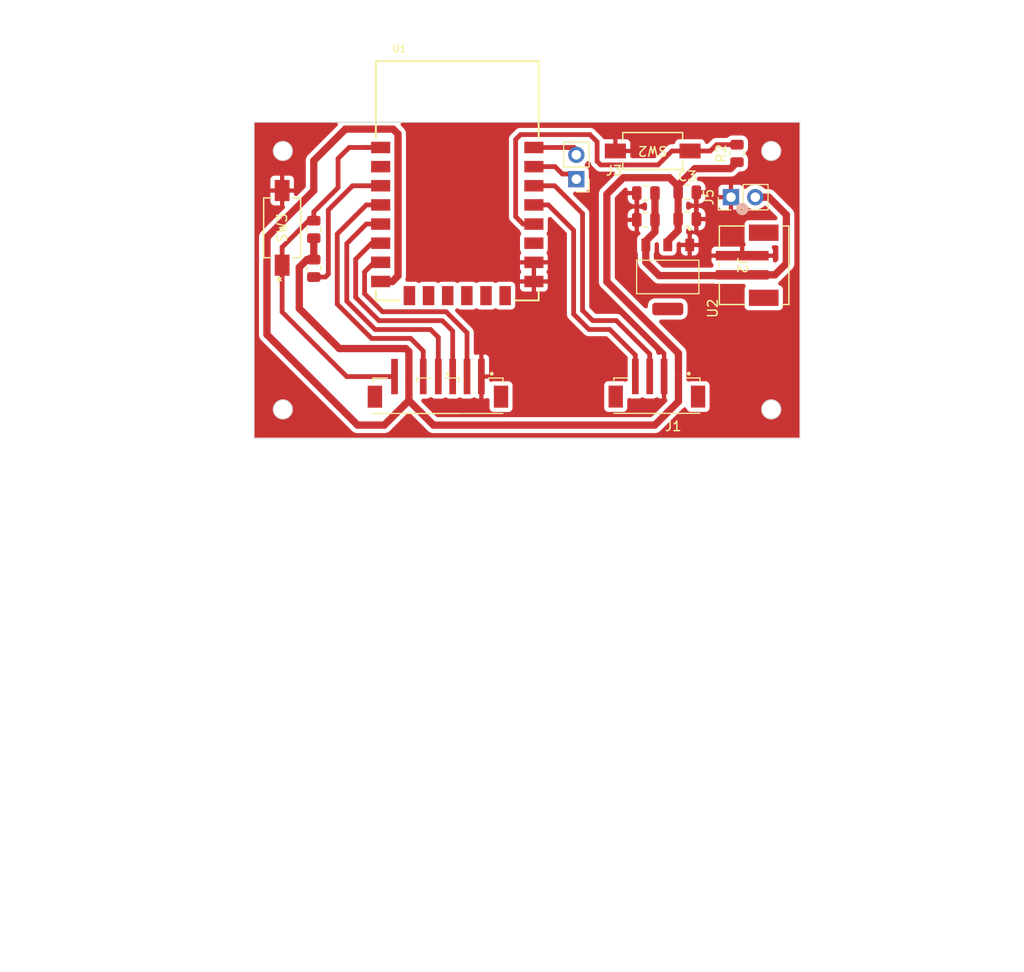
<source format=kicad_pcb>
(kicad_pcb (version 20221018) (generator pcbnew)
  (layers (0 "F.Cu" signal) (31 "B.Cu" signal) (44 "Edge.Cuts" user))
  (net 0 "")
  (net 1 "GND")
  (net 2 "VCC")
  (net 3 "/SCK_mcp")
  (net 4 "/SDA_mcp")
  (net 5 "Net-(J1-SHIELD-PadS1)")
  (net 6 "Net-(J3-Pin_1)")
  (net 7 "Net-(J3-Pin_2)")
  (net 8 "/boot")
  (net 9 "Net-(U1-EN)")
  (net 17 "/VIN")
  (net 18 "/RST")
  (net 19 "/CS")
  (net 20 "/SCK_screen")
  (net 21 "/SDA_screen")
  (net 24 "/AO")
  (footprint "Capacitor_SMD:C_0805_2012Metric" (layer "F.Cu") (at 80.9098 32.4015)
    (fp_text reference "C2" hide)
    (fp_text value "C")
    (fp_line (start -0.261252 -0.735) (end 0.261252 -0.735) (stroke (width 0.12)) (layer "F.SilkS"))
    (fp_line (start -0.261252 0.735) (end 0.261252 0.735) (stroke (width 0.12)) (layer "F.SilkS"))
    (pad "1" smd roundrect (at -0.95 0) (size 1 1.45) (layers "F.Cu" "F.Paste" "F.Mask") (net 1 "GND"))
    (pad "2" smd roundrect (at 0.95 0) (size 1 1.45) (layers "F.Cu" "F.Paste" "F.Mask") (net 17 "/VIN"))
  )
  (footprint "esp_lib:JST_B4B-ZR-SM4-TFT_LF__SN_" (layer "F.Cu") (at 82.06 53.562 180)
    (fp_text reference "J1" (at -1.706 -3.2) (layer "F.SilkS"))
    (fp_text value "B4B-ZR-SM4-TFT_LF__SN_" hide)
    (fp_line (start -4.5 -1.85) (end 4.5 -1.85) (stroke (width 0.127)) (layer "F.SilkS"))
    (fp_line (start -4.5 1.4) (end -4.5 1.85) (stroke (width 0.127)) (layer "F.SilkS"))
    (fp_line (start -4.5 1.85) (end -3 1.85) (stroke (width 0.127)) (layer "F.SilkS"))
    (fp_line (start 4.5 1.4) (end 4.5 1.85) (stroke (width 0.127)) (layer "F.SilkS"))
    (fp_line (start 4.5 1.85) (end 3 1.85) (stroke (width 0.127)) (layer "F.SilkS"))
    (fp_circle (center -3.331 2.3) (end -3.231 2.3) (stroke (width 0.2)) (fill none) (layer "F.SilkS"))
    (pad "1" smd rect (at -2.25 2) (size 0.7 3.7) (layers "F.Cu" "F.Paste" "F.Mask") (net 2 "VCC"))
    (pad "2" smd rect (at -0.75 2) (size 0.7 3.7) (layers "F.Cu" "F.Paste" "F.Mask") (net 1 "GND"))
    (pad "3" smd rect (at 0.75 2) (size 0.7 3.7) (layers "F.Cu" "F.Paste" "F.Mask") (net 3 "/SCK_mcp"))
    (pad "4" smd rect (at 2.25 2) (size 0.7 3.7) (layers "F.Cu" "F.Paste" "F.Mask") (net 4 "/SDA_mcp"))
    (pad "S1" smd rect (at 4.3 -0.1) (size 1.5 2.3) (layers "F.Cu" "F.Paste" "F.Mask") (net 5 "Net-(J1-SHIELD-PadS1)"))
    (pad "S2" smd rect (at -4.3 -0.1) (size 1.5 2.3) (layers "F.Cu" "F.Paste" "F.Mask") (net 5 "Net-(J1-SHIELD-PadS1)"))
  )
  (footprint "esp_lib:B7B-ZR-SM4-TBLFSN_JST" (layer "F.Cu") (at 59.2332 51.8242 180)
    (fp_text reference "J6" hide)
    (fp_text value "B7B-ZR-SM4-TFT_LF__SN_")
    (fp_line (start -6.75 -3.596) (end 2.25 -3.596) (stroke (width 0.127)) (layer "F.SilkS"))
    (fp_line (start -6.75 -0.346) (end -6.75 0.104) (stroke (width 0.127)) (layer "F.SilkS"))
    (fp_line (start -6.75 0.104) (end -5.25 0.104) (stroke (width 0.127)) (layer "F.SilkS"))
    (fp_line (start -2.178 -3.596) (end 6.822 -3.596) (stroke (width 0.127)) (layer "F.SilkS"))
    (fp_line (start -2.178 -0.346) (end -2.178 0.104) (stroke (width 0.127)) (layer "F.SilkS"))
    (fp_line (start -2.178 0.104) (end -0.678 0.104) (stroke (width 0.127)) (layer "F.SilkS"))
    (fp_line (start 2.25 -0.346) (end 2.25 0.104) (stroke (width 0.127)) (layer "F.SilkS"))
    (fp_line (start 2.25 0.104) (end 0.75 0.104) (stroke (width 0.127)) (layer "F.SilkS"))
    (fp_line (start 6.822 -0.346) (end 6.822 0.104) (stroke (width 0.127)) (layer "F.SilkS"))
    (fp_line (start 6.822 0.104) (end 5.322 0.104) (stroke (width 0.127)) (layer "F.SilkS"))
    (fp_circle (center -5.581 0.554) (end -5.481 0.554) (stroke (width 0.2)) (fill none) (layer "F.SilkS"))
    (fp_circle (center -1.009 0.554) (end -0.909 0.554) (stroke (width 0.2)) (fill none) (layer "F.SilkS"))
    (pad "1" smd rect (at -4.5 0.254) (size 0.7 3.7) (layers "F.Cu" "F.Paste" "F.Mask") (net 1 "GND"))
    (pad "2" smd rect (at -3 0.254) (size 0.7 3.7) (layers "F.Cu" "F.Paste" "F.Mask") (net 20 "/SCK_screen"))
    (pad "3" smd rect (at -1.5 0.254) (size 0.7 3.7) (layers "F.Cu" "F.Paste" "F.Mask") (net 19 "/CS"))
    (pad "4" smd rect (at 0 0.254) (size 0.7 3.7) (layers "F.Cu" "F.Paste" "F.Mask") (net 21 "/SDA_screen"))
    (pad "5" smd rect (at 1.572 0.254) (size 0.7 3.7) (layers "F.Cu" "F.Paste" "F.Mask") (net 24 "/AO"))
    (pad "6" smd rect (at 3.072 0.254) (size 0.7 3.7) (layers "F.Cu" "F.Paste" "F.Mask") (net 2 "VCC"))
    (pad "7" smd rect (at 4.572 0.254) (size 0.7 3.7) (layers "F.Cu" "F.Paste" "F.Mask") (net 18 "/RST"))
    (pad "S1" smd rect (at 6.622 -1.846) (size 1.5 2.3) (layers "F.Cu" "F.Paste" "F.Mask"))
    (pad "S2" smd rect (at -6.55 -1.846) (size 1.5 2.3) (layers "F.Cu" "F.Paste" "F.Mask"))
  )
  (footprint "esp_lib:ESP-12F" (layer "F.Cu") (at 61.214 31.115)
    (fp_text reference "U1" (at -6.03654 -13.788698) (layer "F.SilkS") (effects (font (size 0.700469 0.700469))))
    (fp_text value "ESP-12F")
    (fp_line (start -8.5 -12.5) (end -8.5 -4.5) (stroke (width 0.2)) (layer "F.SilkS"))
    (fp_line (start -8.5 -12.5) (end 8.5 -12.5) (stroke (width 0.2)) (layer "F.SilkS"))
    (fp_line (start -8.5 11.5) (end -8.5 12.5) (stroke (width 0.2)) (layer "F.SilkS"))
    (fp_line (start -8.5 12.5) (end -6 12.5) (stroke (width 0.2)) (layer "F.SilkS"))
    (fp_line (start 8.5 -12.5) (end 8.5 -4.5) (stroke (width 0.2)) (layer "F.SilkS"))
    (fp_line (start 8.5 12.5) (end 6 12.5) (stroke (width 0.2)) (layer "F.SilkS"))
    (fp_line (start 8.5 12.5) (end 8.5 11.5) (stroke (width 0.2)) (layer "F.SilkS"))
    (pad "1" smd rect (at -8 -3.48) (size 2 1.2) (layers "F.Cu" "F.Paste" "F.Mask") (net 18 "/RST"))
    (pad "2" smd rect (at -8 -1.48) (size 2 1.2) (layers "F.Cu" "F.Paste" "F.Mask"))
    (pad "3" smd rect (at -8 0.52) (size 2 1.2) (layers "F.Cu" "F.Paste" "F.Mask") (net 9 "Net-(U1-EN)"))
    (pad "4" smd rect (at -8 2.52) (size 2 1.2) (layers "F.Cu" "F.Paste" "F.Mask") (net 24 "/AO"))
    (pad "5" smd rect (at -8 4.52) (size 2 1.2) (layers "F.Cu" "F.Paste" "F.Mask") (net 21 "/SDA_screen"))
    (pad "6" smd rect (at -8 6.52) (size 2 1.2) (layers "F.Cu" "F.Paste" "F.Mask") (net 19 "/CS"))
    (pad "7" smd rect (at -8 8.52) (size 2 1.2) (layers "F.Cu" "F.Paste" "F.Mask") (net 20 "/SCK_screen"))
    (pad "8" smd rect (at -8 10.52) (size 2 1.2) (layers "F.Cu" "F.Paste" "F.Mask") (net 2 "VCC"))
    (pad "9" smd rect (at -5 12 90) (size 2 1.2) (layers "F.Cu" "F.Paste" "F.Mask"))
    (pad "10" smd rect (at -3 12 90) (size 2 1.2) (layers "F.Cu" "F.Paste" "F.Mask"))
    (pad "11" smd rect (at -1 12 90) (size 2 1.2) (layers "F.Cu" "F.Paste" "F.Mask"))
    (pad "12" smd rect (at 1 12 90) (size 2 1.2) (layers "F.Cu" "F.Paste" "F.Mask"))
    (pad "13" smd rect (at 3 12 90) (size 2 1.2) (layers "F.Cu" "F.Paste" "F.Mask"))
    (pad "14" smd rect (at 5 12 90) (size 2 1.2) (layers "F.Cu" "F.Paste" "F.Mask"))
    (pad "15" smd rect (at 8 10.52) (size 2 1.2) (layers "F.Cu" "F.Paste" "F.Mask") (net 1 "GND"))
    (pad "16" smd rect (at 8 8.52) (size 2 1.2) (layers "F.Cu" "F.Paste" "F.Mask") (net 1 "GND"))
    (pad "17" smd rect (at 8 6.52) (size 2 1.2) (layers "F.Cu" "F.Paste" "F.Mask"))
    (pad "18" smd rect (at 8 4.52) (size 2 1.2) (layers "F.Cu" "F.Paste" "F.Mask") (net 8 "/boot"))
    (pad "19" smd rect (at 8 2.52) (size 2 1.2) (layers "F.Cu" "F.Paste" "F.Mask") (net 4 "/SDA_mcp"))
    (pad "20" smd rect (at 8 0.52) (size 2 1.2) (layers "F.Cu" "F.Paste" "F.Mask") (net 3 "/SCK_mcp"))
    (pad "21" smd rect (at 8 -1.48) (size 2 1.2) (layers "F.Cu" "F.Paste" "F.Mask") (net 6 "Net-(J3-Pin_1)"))
    (pad "22" smd rect (at 8 -3.48) (size 2 1.2) (layers "F.Cu" "F.Paste" "F.Mask") (net 7 "Net-(J3-Pin_2)"))
  )
  (footprint "esp_lib:RS-282G05A3-SM RT_CNK" (layer "F.Cu") (at 42.926 36.031698 90)
    (fp_text reference "SW3" (at 0 0 90 unlocked) (layer "F.SilkS"))
    (fp_text value "RS-282G05A3-SM RT")
    (fp_text user "*" (at -5.3866 0 90 unlocked) (layer "F.SilkS"))
    (fp_text user "*" (at -5.3866 0 90) (layer "F.SilkS"))
    (fp_line (start -3.1242 -1.9304) (end -3.1242 -1.10744) (stroke (width 0.1524)) (layer "F.SilkS"))
    (fp_line (start -3.1242 1.10744) (end -3.1242 1.9304) (stroke (width 0.1524)) (layer "F.SilkS"))
    (fp_line (start -3.1242 1.9304) (end 3.1242 1.9304) (stroke (width 0.1524)) (layer "F.SilkS"))
    (fp_line (start 3.1242 -1.9304) (end -3.1242 -1.9304) (stroke (width 0.1524)) (layer "F.SilkS"))
    (fp_line (start 3.1242 -1.10744) (end 3.1242 -1.9304) (stroke (width 0.1524)) (layer "F.SilkS"))
    (fp_line (start 3.1242 1.9304) (end 3.1242 1.10744) (stroke (width 0.1524)) (layer "F.SilkS"))
    (pad "1" smd rect (at -3.900698 0 90) (size 2.2098 1.5494) (layers "F.Cu" "F.Paste" "F.Mask") (net 18 "/RST"))
    (pad "2" smd rect (at 3.900698 0 90) (size 2.2098 1.5494) (layers "F.Cu" "F.Paste" "F.Mask") (net 1 "GND"))
  )
  (footprint "Resistor_SMD:R_0805_2012Metric" (layer "F.Cu") (at 90.424 28.256 90)
    (fp_text reference "R2" (at 0 -1.65 90) (layer "F.SilkS"))
    (fp_text value "R")
    (fp_line (start -0.227064 -0.735) (end 0.227064 -0.735) (stroke (width 0.12)) (layer "F.SilkS"))
    (fp_line (start -0.227064 0.735) (end 0.227064 0.735) (stroke (width 0.12)) (layer "F.SilkS"))
    (pad "1" smd roundrect (at -0.9125 0 90) (size 1.025 1.4) (layers "F.Cu" "F.Paste" "F.Mask") (roundrect_rratio 0.243902439) (net 2 "VCC"))
    (pad "2" smd roundrect (at 0.9125 0 90) (size 1.025 1.4) (layers "F.Cu" "F.Paste" "F.Mask") (roundrect_rratio 0.243902439) (net 8 "/boot"))
  )
  (footprint "Connector_PinHeader_2.54mm:PinHeader_1x02_P2.54mm_Vertical" (layer "F.Cu") (at 89.7948 32.828 90)
    (fp_text reference "J5" (at 0 -2.33 90) (layer "F.SilkS"))
    (fp_text value "Conn_01x02_Pin")
    (fp_line (start -1.33 -1.33) (end 0 -1.33) (stroke (width 0.12)) (layer "F.SilkS"))
    (fp_line (start -1.33 0) (end -1.33 -1.33) (stroke (width 0.12)) (layer "F.SilkS"))
    (fp_line (start -1.33 1.27) (end -1.33 3.87) (stroke (width 0.12)) (layer "F.SilkS"))
    (fp_line (start -1.33 1.27) (end 1.33 1.27) (stroke (width 0.12)) (layer "F.SilkS"))
    (fp_line (start -1.33 3.87) (end 1.33 3.87) (stroke (width 0.12)) (layer "F.SilkS"))
    (fp_line (start 1.33 1.27) (end 1.33 3.87) (stroke (width 0.12)) (layer "F.SilkS"))
    (pad "1" thru_hole rect (at 0 0 90) (size 1.7 1.7) (drill 1) (layers "*.Cu" "*.Mask") (net 1 "GND"))
    (pad "2" thru_hole oval (at 0 2.54 90) (size 1.7 1.7) (drill 1) (layers "*.Cu" "*.Mask") (net 17 "/VIN"))
  )
  (footprint "Resistor_SMD:R_0805_2012Metric" (layer "F.Cu") (at 46.228 36.195 -90)
    (fp_text reference "R1" hide)
    (fp_text value "R" hide)
    (fp_line (start -0.227064 -0.735) (end 0.227064 -0.735) (stroke (width 0.12)) (layer "F.SilkS"))
    (fp_line (start -0.227064 0.735) (end 0.227064 0.735) (stroke (width 0.12)) (layer "F.SilkS"))
    (pad "1" smd roundrect (at -0.9125 0 270) (size 1.025 1.4) (layers "F.Cu" "F.Paste" "F.Mask") (roundrect_rratio 0.243902439) (net 18 "/RST"))
    (pad "2" smd roundrect (at 0.9125 0 270) (size 1.025 1.4) (layers "F.Cu" "F.Paste" "F.Mask") (roundrect_rratio 0.243902439) (net 2 "VCC"))
  )
  (footprint "Capacitor_SMD:C_0805_2012Metric" (layer "F.Cu") (at 85.2278 32.32)
    (fp_text reference "C3" (at 0 -1.68) (layer "F.SilkS"))
    (fp_text value "C")
    (fp_line (start -0.261252 -0.735) (end 0.261252 -0.735) (stroke (width 0.12)) (layer "F.SilkS"))
    (fp_line (start -0.261252 0.735) (end 0.261252 0.735) (stroke (width 0.12)) (layer "F.SilkS"))
    (pad "1" smd roundrect (at -0.95 0) (size 1 1.45) (layers "F.Cu" "F.Paste" "F.Mask") (net 2 "VCC"))
    (pad "2" smd roundrect (at 0.95 0) (size 1 1.45) (layers "F.Cu" "F.Paste" "F.Mask") (net 1 "GND"))
  )
  (footprint "esp_lib:SOT229P700X180-4N" (layer "F.Cu") (at 83.1958 41.1645 -90)
    (fp_text reference "U2" (at 3.2755 -4.695 90) (layer "F.SilkS"))
    (fp_text value "AMS1117-3.3" hide)
    (fp_line (start -1.7525 -3.2525) (end 1.7525 -3.2525) (stroke (width 0.127)) (layer "F.SilkS"))
    (fp_line (start -1.7525 3.2525) (end -1.7525 -3.2525) (stroke (width 0.127)) (layer "F.SilkS"))
    (fp_line (start 1.7525 -3.2525) (end 1.7525 3.2525) (stroke (width 0.127)) (layer "F.SilkS"))
    (fp_line (start 1.7525 3.2525) (end -1.7525 3.2525) (stroke (width 0.127)) (layer "F.SilkS"))
    (fp_circle (center -5 -2.29) (end -4.9 -2.29) (stroke (width 0.2)) (fill none) (layer "F.SilkS"))
    (pad "1" smd roundrect (at -3.345 -2.29 270) (size 1.31 0.93) (layers "F.Cu" "F.Paste" "F.Mask") (roundrect_rratio 0.07) (net 1 "GND"))
    (pad "2" smd roundrect (at -3.345 0 270) (size 1.31 0.93) (layers "F.Cu" "F.Paste" "F.Mask") (roundrect_rratio 0.07) (net 2 "VCC"))
    (pad "3" smd roundrect (at -3.345 2.29 270) (size 1.31 0.93) (layers "F.Cu" "F.Paste" "F.Mask") (roundrect_rratio 0.07) (net 17 "/VIN"))
    (pad "4" smd roundrect (at 3.345 0 270) (size 1.31 3.24) (layers "F.Cu" "F.Paste" "F.Mask") (roundrect_rratio 0.24))
  )
  (footprint "Capacitor_SMD:C_0805_2012Metric" (layer "F.Cu") (at 85.2278 35.114)
    (fp_text reference "C4" hide)
    (fp_text value "C")
    (fp_line (start -0.261252 -0.735) (end 0.261252 -0.735) (stroke (width 0.12)) (layer "F.SilkS"))
    (fp_line (start -0.261252 0.735) (end 0.261252 0.735) (stroke (width 0.12)) (layer "F.SilkS"))
    (pad "1" smd roundrect (at -0.95 0) (size 1 1.45) (layers "F.Cu" "F.Paste" "F.Mask") (net 2 "VCC"))
    (pad "2" smd roundrect (at 0.95 0) (size 1 1.45) (layers "F.Cu" "F.Paste" "F.Mask") (net 1 "GND"))
  )
  (footprint "esp_lib:B2B-PH-SM4-TBLFSN_JST" (layer "F.Cu") (at 92.2128 39.94 -90)
    (fp_text reference "J2" (at 0 1.244801 -90 unlocked) (layer "F.SilkS"))
    (fp_text value "B2B-PH-SM4-TBLFSN")
    (fp_circle (center -5.8801 1.244801) (end -5.4991 1.244801) (stroke (width 0.508)) (fill none) (layer "B.SilkS"))
    (fp_line (start -4.1021 -3.6322) (end -4.1021 -2.88734) (stroke (width 0.1524)) (layer "F.SilkS"))
    (fp_line (start -4.1021 0.87694) (end -4.1021 3.6322) (stroke (width 0.1524)) (layer "F.SilkS"))
    (fp_line (start -4.1021 3.6322) (end -1.828041 3.6322) (stroke (width 0.1524)) (layer "F.SilkS"))
    (fp_line (start -0.171961 3.6322) (end 0.171961 3.6322) (stroke (width 0.1524)) (layer "F.SilkS"))
    (fp_line (start 1.828041 3.6322) (end 4.1021 3.6322) (stroke (width 0.1524)) (layer "F.SilkS"))
    (fp_line (start 4.1021 -3.6322) (end -4.1021 -3.6322) (stroke (width 0.1524)) (layer "F.SilkS"))
    (fp_line (start 4.1021 -2.88734) (end 4.1021 -3.6322) (stroke (width 0.1524)) (layer "F.SilkS"))
    (fp_line (start 4.1021 3.6322) (end 4.1021 0.87694) (stroke (width 0.1524)) (layer "F.SilkS"))
    (fp_circle (center -5.8801 1.244801) (end -5.4991 1.244801) (stroke (width 0.508)) (fill none) (layer "F.SilkS"))
    (pad "1" smd rect (at -1.000001 1.244801 270) (size 0.9906 5.5118) (layers "F.Cu" "F.Paste" "F.Mask") (net 1 "GND"))
    (pad "2" smd rect (at 1.000001 1.244801 270) (size 0.9906 5.5118) (layers "F.Cu" "F.Paste" "F.Mask") (net 17 "/VIN"))
    (pad "3" smd rect (at -3.399998 -1.0052) (size 3.0988 1.7018) (layers "F.Cu" "F.Paste" "F.Mask"))
    (pad "4" smd rect (at 3.399998 -1.0052) (size 3.0988 1.7018) (layers "F.Cu" "F.Paste" "F.Mask"))
  )
  (footprint "Capacitor_SMD:C_0805_2012Metric" (layer "F.Cu") (at 80.9098 35.1955)
    (fp_text reference "C1" hide)
    (fp_text value "C")
    (fp_line (start -0.261252 -0.735) (end 0.261252 -0.735) (stroke (width 0.12)) (layer "F.SilkS"))
    (fp_line (start -0.261252 0.735) (end 0.261252 0.735) (stroke (width 0.12)) (layer "F.SilkS"))
    (pad "1" smd roundrect (at -0.95 0) (size 1 1.45) (layers "F.Cu" "F.Paste" "F.Mask") (net 1 "GND"))
    (pad "2" smd roundrect (at 0.95 0) (size 1 1.45) (layers "F.Cu" "F.Paste" "F.Mask") (net 17 "/VIN"))
  )
  (footprint "Resistor_SMD:R_0805_2012Metric" (layer "F.Cu") (at 46.228 40.259 90)
    (fp_text reference "R4" hide)
    (fp_text value "R" hide)
    (fp_line (start -0.227064 -0.735) (end 0.227064 -0.735) (stroke (width 0.12)) (layer "F.SilkS"))
    (fp_line (start -0.227064 0.735) (end 0.227064 0.735) (stroke (width 0.12)) (layer "F.SilkS"))
    (pad "1" smd roundrect (at -0.9125 0 90) (size 1.025 1.4) (layers "F.Cu" "F.Paste" "F.Mask") (roundrect_rratio 0.243902439) (net 9 "Net-(U1-EN)"))
    (pad "2" smd roundrect (at 0.9125 0 90) (size 1.025 1.4) (layers "F.Cu" "F.Paste" "F.Mask") (roundrect_rratio 0.243902439) (net 2 "VCC"))
  )
  (footprint "esp_lib:RS-282G05A3-SM RT_CNK" (layer "F.Cu") (at 81.624698 28.002 180)
    (fp_text reference "SW2" (at 0 0 180 unlocked) (layer "F.SilkS"))
    (fp_text value "RS-282G05A3-SM RT")
    (fp_line (start -3.1242 -1.9304) (end -3.1242 -1.10744) (stroke (width 0.1524)) (layer "F.SilkS"))
    (fp_line (start -3.1242 1.10744) (end -3.1242 1.9304) (stroke (width 0.1524)) (layer "F.SilkS"))
    (fp_line (start -3.1242 1.9304) (end 3.1242 1.9304) (stroke (width 0.1524)) (layer "F.SilkS"))
    (fp_line (start 3.1242 -1.9304) (end -3.1242 -1.9304) (stroke (width 0.1524)) (layer "F.SilkS"))
    (fp_line (start 3.1242 -1.10744) (end 3.1242 -1.9304) (stroke (width 0.1524)) (layer "F.SilkS"))
    (fp_line (start 3.1242 1.9304) (end 3.1242 1.10744) (stroke (width 0.1524)) (layer "F.SilkS"))
    (pad "1" smd rect (at -3.900698 0 180) (size 2.2098 1.5494) (layers "F.Cu" "F.Paste" "F.Mask") (net 8 "/boot"))
    (pad "2" smd rect (at 3.900698 0 180) (size 2.2098 1.5494) (layers "F.Cu" "F.Paste" "F.Mask") (net 1 "GND"))
  )
  (footprint "Connector_PinHeader_2.54mm:PinHeader_1x02_P2.54mm_Vertical" (layer "F.Cu") (at 73.647968 30.944 180)
    (fp_text reference "J3" (at -3.937 0.889 180) (layer "F.SilkS"))
    (fp_text value "Conn_01x02_Pin" hide)
    (fp_line (start -1.33 -1.33) (end 0 -1.33) (stroke (width 0.12)) (layer "F.SilkS"))
    (fp_line (start -1.33 0) (end -1.33 -1.33) (stroke (width 0.12)) (layer "F.SilkS"))
    (fp_line (start -1.33 1.27) (end -1.33 3.87) (stroke (width 0.12)) (layer "F.SilkS"))
    (fp_line (start -1.33 1.27) (end 1.33 1.27) (stroke (width 0.12)) (layer "F.SilkS"))
    (fp_line (start -1.33 3.87) (end 1.33 3.87) (stroke (width 0.12)) (layer "F.SilkS"))
    (fp_line (start 1.33 1.27) (end 1.33 3.87) (stroke (width 0.12)) (layer "F.SilkS"))
    (pad "1" thru_hole rect (at 0 0 180) (size 1.7 1.7) (drill 1) (layers "*.Cu" "*.Mask") (net 6 "Net-(J3-Pin_1)"))
    (pad "2" thru_hole oval (at 0 2.54 180) (size 1.7 1.7) (drill 1) (layers "*.Cu" "*.Mask") (net 7 "Net-(J3-Pin_2)"))
  )
  (gr_circle (center 43 28) (end 44 28) (stroke (width 0.1)) (fill none) (layer "Edge.Cuts"))
  (gr_circle (center 94 55) (end 95 55) (stroke (width 0.1)) (fill none) (layer "Edge.Cuts"))
  (gr_circle (center 94 28) (end 95 28) (stroke (width 0.1)) (fill none) (layer "Edge.Cuts"))
  (gr_circle (center 43 55) (end 44 55) (stroke (width 0.1)) (fill none) (layer "Edge.Cuts"))
  (gr_rect (start 40 25) (end 97 58) (stroke (width 0.1)) (fill none) (layer "Edge.Cuts"))
  (segment (start 79.9598 32.4015) (end 79.9598 35.1955) (width 0.5) (layer "F.Cu") (net 1))
  (segment (start 86.1778 32.32) (end 86.1778 35.114) (width 0.5) (layer "F.Cu") (net 1))
  (segment (start 46.228 37.3615) (end 46.228 39.0925) (width 0.762) (layer "F.Cu") (net 2))
  (segment (start 84.2778 31.6998) (end 83.374 30.796) (width 0.762) (layer "F.Cu") (net 2))
  (segment (start 84.31 49.131) (end 84.31 51.24) (width 0.762) (layer "F.Cu") (net 2))
  (segment (start 46.228 32.131) (end 41.3403 37.0187) (width 0.762) (layer "F.Cu") (net 2))
  (segment (start 86.0278 29.845) (end 89.7475 29.845) (width 0.762) (layer "F.Cu") (net 2))
  (segment (start 50.8 56.642) (end 53.594 56.642) (width 0.762) (layer "F.Cu") (net 2))
  (segment (start 46.228 39.3465) (end 45.528 39.3465) (width 0.762) (layer "F.Cu") (net 2))
  (segment (start 58.7284 56.642) (end 81.842 56.642) (width 0.762) (layer "F.Cu") (net 2))
  (segment (start 56.1612 54.0748) (end 56.1612 51.5702) (width 0.762) (layer "F.Cu") (net 2))
  (segment (start 84.2778 36.318) (end 84.2778 35.114) (width 0.762) (layer "F.Cu") (net 2))
  (segment (start 56.1612 54.0748) (end 58.7284 56.642) (width 0.762) (layer "F.Cu") (net 2))
  (segment (start 84.31 54.174) (end 84.31 51.562) (width 0.762) (layer "F.Cu") (net 2))
  (segment (start 89.7475 29.845) (end 90.424 29.1685) (width 0.762) (layer "F.Cu") (net 2))
  (segment (start 46.482 37.1075) (end 46.228 37.3615) (width 0.762) (layer "F.Cu") (net 2))
  (segment (start 44.717 44.463) (end 48.9 48.646) (width 0.762) (layer "F.Cu") (net 2))
  (segment (start 83.1958 37.4) (end 84.2778 36.318) (width 0.762) (layer "F.Cu") (net 2))
  (segment (start 44.717 40.1575) (end 44.717 44.463) (width 0.762) (layer "F.Cu") (net 2))
  (segment (start 83.1958 37.8195) (end 83.1958 37.4) (width 0.762) (layer "F.Cu") (net 2))
  (segment (start 48.9 48.646) (end 55.849 48.646) (width 0.762) (layer "F.Cu") (net 2))
  (segment (start 53.594 56.642) (end 56.1612 54.0748) (width 0.762) (layer "F.Cu") (net 2))
  (segment (start 78.551 30.796) (end 76.835 32.512) (width 0.762) (layer "F.Cu") (net 2))
  (segment (start 54.517 25.716) (end 49.53 25.716) (width 0.762) (layer "F.Cu") (net 2))
  (segment (start 84.2778 32.32) (end 84.2778 31.6998) (width 0.762) (layer "F.Cu") (net 2))
  (segment (start 46.228 29.018) (end 46.228 32.131) (width 0.762) (layer "F.Cu") (net 2))
  (segment (start 84.2778 32.32) (end 84.2778 31.595) (width 0.762) (layer "F.Cu") (net 2))
  (segment (start 54.436 41.635) (end 55.025 41.046) (width 0.762) (layer "F.Cu") (net 2))
  (segment (start 76.835 32.512) (end 76.835 41.656) (width 0.762) (layer "F.Cu") (net 2))
  (segment (start 84.2778 31.595) (end 86.0278 29.845) (width 0.762) (layer "F.Cu") (net 2))
  (segment (start 55.849 48.646) (end 56.1612 48.9582) (width 0.762) (layer "F.Cu") (net 2))
  (segment (start 45.528 39.3465) (end 44.717 40.1575) (width 0.762) (layer "F.Cu") (net 2))
  (segment (start 56.1612 48.9582) (end 56.1612 51.5702) (width 0.762) (layer "F.Cu") (net 2))
  (segment (start 53.214 41.635) (end 54.436 41.635) (width 0.762) (layer "F.Cu") (net 2))
  (segment (start 41.3403 37.0187) (end 41.3403 47.1823) (width 0.762) (layer "F.Cu") (net 2))
  (segment (start 41.3403 47.1823) (end 50.8 56.642) (width 0.762) (layer "F.Cu") (net 2))
  (segment (start 81.842 56.642) (end 84.31 54.174) (width 0.762) (layer "F.Cu") (net 2))
  (segment (start 55.025 26.224) (end 54.517 25.716) (width 0.762) (layer "F.Cu") (net 2))
  (segment (start 49.53 25.716) (end 46.228 29.018) (width 0.762) (layer "F.Cu") (net 2))
  (segment (start 55.025 41.046) (end 55.025 26.224) (width 0.762) (layer "F.Cu") (net 2))
  (segment (start 76.835 41.656) (end 84.31 49.131) (width 0.762) (layer "F.Cu") (net 2))
  (segment (start 46.228 39.0925) (end 46.482 39.3465) (width 0.762) (layer "F.Cu") (net 2))
  (segment (start 84.2778 32.32) (end 84.2778 35.114) (width 0.762) (layer "F.Cu") (net 2))
  (segment (start 83.374 30.796) (end 78.551 30.796) (width 0.762) (layer "F.Cu") (net 2))
  (segment (start 75.356218 45.72) (end 74.295 44.658782) (width 0.5) (layer "F.Cu") (net 3))
  (segment (start 77.818 45.72) (end 75.356218 45.72) (width 0.5) (layer "F.Cu") (net 3))
  (segment (start 81.31 49.212) (end 77.818 45.72) (width 0.5) (layer "F.Cu") (net 3))
  (segment (start 74.295 44.658782) (end 74.295 34.544) (width 0.5) (layer "F.Cu") (net 3))
  (segment (start 71.386 31.635) (end 69.214 31.635) (width 0.5) (layer "F.Cu") (net 3))
  (segment (start 81.31 51.562) (end 81.31 49.212) (width 0.5) (layer "F.Cu") (net 3))
  (segment (start 74.295 34.544) (end 71.386 31.635) (width 0.5) (layer "F.Cu") (net 3))
  (segment (start 70.714 33.635) (end 73.365 36.286) (width 0.5) (layer "F.Cu") (net 4))
  (segment (start 73.365 36.286) (end 73.365 45.044) (width 0.5) (layer "F.Cu") (net 4))
  (segment (start 73.365 45.044) (end 74.971 46.65) (width 0.5) (layer "F.Cu") (net 4))
  (segment (start 77.13 46.65) (end 79.81 49.33) (width 0.5) (layer "F.Cu") (net 4))
  (segment (start 79.81 49.33) (end 79.81 51.562) (width 0.5) (layer "F.Cu") (net 4))
  (segment (start 74.971 46.65) (end 77.13 46.65) (width 0.5) (layer "F.Cu") (net 4))
  (segment (start 69.214 33.635) (end 69.423 33.844) (width 0.5) (layer "F.Cu") (net 4))
  (segment (start 69.214 33.635) (end 70.714 33.635) (width 0.5) (layer "F.Cu") (net 4))
  (segment (start 71.418 29.635) (end 72.187 30.404) (width 0.5) (layer "F.Cu") (net 6))
  (segment (start 72.187 30.404) (end 73.66 30.404) (width 0.5) (layer "F.Cu") (net 6))
  (segment (start 69.214 29.635) (end 71.418 29.635) (width 0.5) (layer "F.Cu") (net 6))
  (segment (start 69.214 27.635) (end 73.431 27.635) (width 0.5) (layer "F.Cu") (net 7))
  (segment (start 73.431 27.635) (end 73.66 27.864) (width 0.5) (layer "F.Cu") (net 7))
  (segment (start 69.443 27.864) (end 69.214 27.635) (width 0.5) (layer "F.Cu") (net 7))
  (segment (start 75.057 26.289) (end 75.819 27.051) (width 0.5) (layer "F.Cu") (net 8))
  (segment (start 87.63 28.002) (end 88.2885 27.3435) (width 0.5) (layer "F.Cu") (net 8))
  (segment (start 85.525396 28.002) (end 87.63 28.002) (width 0.5) (layer "F.Cu") (net 8))
  (segment (start 82.1763 29.4567) (end 83.631 28.002) (width 0.5) (layer "F.Cu") (net 8))
  (segment (start 75.819 29.083) (end 76.1927 29.4567) (width 0.5) (layer "F.Cu") (net 8))
  (segment (start 88.2885 27.3435) (end 90.424 27.3435) (width 0.5) (layer "F.Cu") (net 8))
  (segment (start 67.31 34.86) (end 67.31 26.797) (width 0.5) (layer "F.Cu") (net 8))
  (segment (start 69.214 35.635) (end 68.085 35.635) (width 0.5) (layer "F.Cu") (net 8))
  (segment (start 67.818 26.289) (end 75.057 26.289) (width 0.5) (layer "F.Cu") (net 8))
  (segment (start 68.085 35.635) (end 67.31 34.86) (width 0.5) (layer "F.Cu") (net 8))
  (segment (start 75.819 27.051) (end 75.819 29.083) (width 0.5) (layer "F.Cu") (net 8))
  (segment (start 83.631 28.002) (end 85.525396 28.002) (width 0.5) (layer "F.Cu") (net 8))
  (segment (start 67.31 26.797) (end 67.818 26.289) (width 0.5) (layer "F.Cu") (net 8))
  (segment (start 76.1927 29.4567) (end 82.1763 29.4567) (width 0.5) (layer "F.Cu") (net 8))
  (segment (start 47.752 40.8555) (end 47.436 41.1715) (width 0.5) (layer "F.Cu") (net 9))
  (segment (start 53.214 31.635) (end 50.28 31.635) (width 0.5) (layer "F.Cu") (net 9))
  (segment (start 50.28 31.635) (end 47.752 34.163) (width 0.5) (layer "F.Cu") (net 9))
  (segment (start 47.436 41.1715) (end 46.228 41.1715) (width 0.5) (layer "F.Cu") (net 9))
  (segment (start 47.752 34.163) (end 47.752 40.8555) (width 0.5) (layer "F.Cu") (net 9))
  (segment (start 93.7368 32.828) (end 92.3348 32.828) (width 0.762) (layer "F.Cu") (net 17))
  (segment (start 90.887 41.021) (end 90.967999 40.940001) (width 0.762) (layer "F.Cu") (net 17))
  (segment (start 94.387799 40.940001) (end 90.967999 40.940001) (width 0.762) (layer "F.Cu") (net 17))
  (segment (start 95.5784 39.7494) (end 95.5784 34.6696) (width 0.762) (layer "F.Cu") (net 17))
  (segment (start 80.9058 39.6308) (end 82.296 41.021) (width 0.762) (layer "F.Cu") (net 17))
  (segment (start 82.296 41.021) (end 90.887 41.021) (width 0.762) (layer "F.Cu") (net 17))
  (segment (start 81.8598 32.4015) (end 81.8598 35.1955) (width 0.762) (layer "F.Cu") (net 17))
  (segment (start 95.5784 34.6696) (end 93.7368 32.828) (width 0.762) (layer "F.Cu") (net 17))
  (segment (start 80.9058 37.8195) (end 80.9058 37.404) (width 0.762) (layer "F.Cu") (net 17))
  (segment (start 81.8598 36.45) (end 81.8598 35.1955) (width 0.762) (layer "F.Cu") (net 17))
  (segment (start 80.9058 37.404) (end 81.8598 36.45) (width 0.762) (layer "F.Cu") (net 17))
  (segment (start 80.9058 37.8195) (end 80.9058 39.6308) (width 0.762) (layer "F.Cu") (net 17))
  (segment (start 94.387799 40.940001) (end 95.5784 39.7494) (width 0.762) (layer "F.Cu") (net 17))
  (segment (start 46.228 34.371781) (end 46.228 34.544) (width 0.5) (layer "F.Cu") (net 18))
  (segment (start 48.768 28.795634) (end 48.768 31.831781) (width 0.5) (layer "F.Cu") (net 18))
  (segment (start 51.706 27.635) (end 53.214 27.635) (width 0.508) (layer "F.Cu") (net 18))
  (segment (start 49.6652 51.5702) (end 42.926 44.831) (width 0.5) (layer "F.Cu") (net 18))
  (segment (start 45.6925 35.2825) (end 46.228 35.2825) (width 0.5) (layer "F.Cu") (net 18))
  (segment (start 42.926 38.049) (end 45.6925 35.2825) (width 0.5) (layer "F.Cu") (net 18))
  (segment (start 51.706 27.635) (end 49.928634 27.635) (width 0.5) (layer "F.Cu") (net 18))
  (segment (start 42.926 39.932396) (end 42.926 38.049) (width 0.5) (layer "F.Cu") (net 18))
  (segment (start 46.228 34.544) (end 46.228 35.2825) (width 0.5) (layer "F.Cu") (net 18))
  (segment (start 42.926 44.831) (end 42.926 39.932396) (width 0.5) (layer "F.Cu") (net 18))
  (segment (start 54.6612 51.5702) (end 49.6652 51.5702) (width 0.5) (layer "F.Cu") (net 18))
  (segment (start 49.928634 27.635) (end 48.768 28.795634) (width 0.5) (layer "F.Cu") (net 18))
  (segment (start 48.768 31.831781) (end 46.228 34.371781) (width 0.5) (layer "F.Cu") (net 18))
  (segment (start 53.028782 45.725) (end 50.604 43.300218) (width 0.5) (layer "F.Cu") (net 19))
  (segment (start 50.604 39.312) (end 52.281 37.635) (width 0.5) (layer "F.Cu") (net 19))
  (segment (start 52.281 37.635) (end 53.214 37.635) (width 0.5) (layer "F.Cu") (net 19))
  (segment (start 60.7332 51.2482) (end 60.7332 46.808418) (width 0.5) (layer "F.Cu") (net 19))
  (segment (start 50.604 43.300218) (end 50.604 39.312) (width 0.5) (layer "F.Cu") (net 19))
  (segment (start 60.7332 46.808418) (end 59.649782 45.725) (width 0.5) (layer "F.Cu") (net 19))
  (segment (start 59.649782 45.725) (end 53.028782 45.725) (width 0.5) (layer "F.Cu") (net 19))
  (segment (start 53.214 39.635) (end 52.539 39.635) (width 0.5) (layer "F.Cu") (net 20))
  (segment (start 51.534 42.915) (end 53.414 44.795) (width 0.5) (layer "F.Cu") (net 20))
  (segment (start 53.414 44.795) (end 60.035 44.795) (width 0.5) (layer "F.Cu") (net 20))
  (segment (start 53.214 39.635) (end 52.44 39.635) (width 0.5) (layer "F.Cu") (net 20))
  (segment (start 51.534 40.64) (end 51.534 42.915) (width 0.5) (layer "F.Cu") (net 20))
  (segment (start 52.539 39.635) (end 51.534 40.64) (width 0.5) (layer "F.Cu") (net 20))
  (segment (start 62.2332 46.9932) (end 62.2332 51.2482) (width 0.5) (layer "F.Cu") (net 20))
  (segment (start 53.202 39.294) (end 53.214 39.306) (width 0.508) (layer "F.Cu") (net 20))
  (segment (start 60.035 44.795) (end 62.2332 46.9932) (width 0.5) (layer "F.Cu") (net 20))
  (segment (start 52.643564 46.655) (end 58.42 46.655) (width 0.5) (layer "F.Cu") (net 21))
  (segment (start 59.2332 47.4682) (end 59.2332 51.2482) (width 0.5) (layer "F.Cu") (net 21))
  (segment (start 58.42 46.655) (end 59.2332 47.4682) (width 0.5) (layer "F.Cu") (net 21))
  (segment (start 49.674 37.675) (end 51.714 35.635) (width 0.5) (layer "F.Cu") (net 21))
  (segment (start 52.643564 46.655) (end 49.674 43.685436) (width 0.5) (layer "F.Cu") (net 21))
  (segment (start 51.714 35.635) (end 53.214 35.635) (width 0.5) (layer "F.Cu") (net 21))
  (segment (start 49.674 43.685436) (end 49.674 37.675) (width 0.5) (layer "F.Cu") (net 21))
  (segment (start 57.6612 48.902) (end 56.3442 47.585) (width 0.5) (layer "F.Cu") (net 24))
  (segment (start 53.214 33.635) (end 51.714 33.635) (width 0.5) (layer "F.Cu") (net 24))
  (segment (start 48.682 36.667) (end 48.682 44.008654) (width 0.5) (layer "F.Cu") (net 24))
  (segment (start 48.682 44.008654) (end 52.258345 47.585) (width 0.5) (layer "F.Cu") (net 24))
  (segment (start 51.714 33.635) (end 48.682 36.667) (width 0.5) (layer "F.Cu") (net 24))
  (segment (start 57.6612 51.2482) (end 57.6612 48.902) (width 0.5) (layer "F.Cu") (net 24))
  (segment (start 56.3442 47.585) (end 52.258345 47.585) (width 0.5) (layer "F.Cu") (net 24))
  (zone locked (net 1) (net_name "GND") (layer "F.Cu") (connect_pads (clearance 0.45)) (min_thickness 0.45) (fill yes (thermal_gap 0.45) (thermal_bridge_width 0.45))
    (polygon (pts (xy 13.589 18.542) (xy 120.396 18.415) (xy 120.396 113.665) (xy 13.462 113.792)))
  )
  (zone (net 0) (net_name "") (layer "F.Cu") (connect_pads (clearance 0)) (min_thickness 0.25)
    (keepout (tracks not_allowed) (vias not_allowed) (pads not_allowed) (copperpour not_allowed) (footprints not_allowed))
    (fill (thermal_gap 0.5) (thermal_bridge_width 0.5))
    (polygon (pts (xy 46.482 16.891) (xy 76.32282 16.891) (xy 76.327 24.892) (xy 46.482 24.892)))
  )
)
</source>
